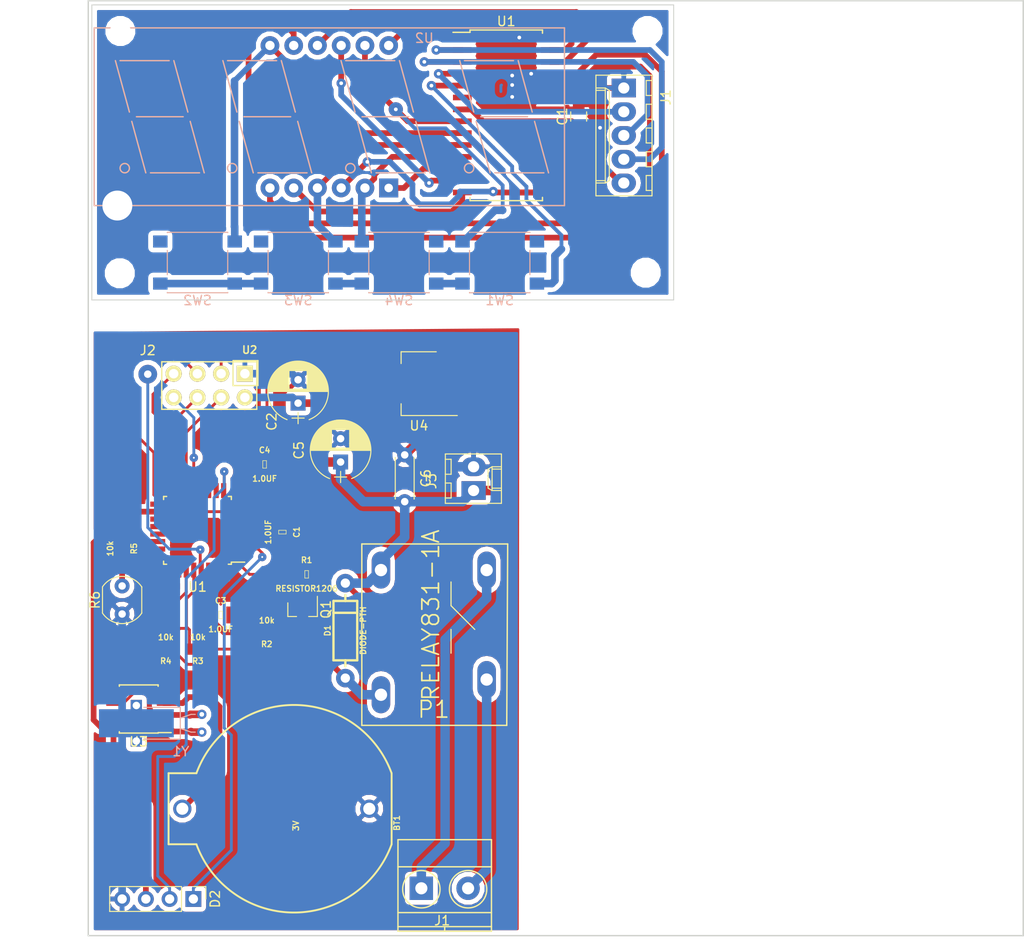
<source format=kicad_pcb>
(kicad_pcb (version 4) (host pcbnew 4.0.7-e2-6376~61~ubuntu18.04.1)
  (title_block (date "sam. 04 avril 2015"))
  (layers (0 F.Cu signal) (31 B.Cu signal) (34 B.Paste user) (35 F.Paste user) (36 B.SilkS user) (37 F.SilkS user) (38 B.Mask user) (39 F.Mask user) (44 Edge.Cuts user))
  (net 0 "")
  (net 1 "Net-(U1-Pad7)")
  (net 2 "Net-(U1-Pad8)")
  (net 3 "Net-(U1-Pad10)")
  (net 4 "Net-(U1-Pad11)")
  (net 5 "Net-(U1-Pad19)")
  (net 6 "Net-(U1-Pad20)")
  (net 7 "Net-(U1-Pad22)")
  (net 8 "Net-(U1-Pad24)")
  (net 9 "Net-(U1-Pad25)")
  (net 10 "Net-(U1-Pad26)")
  (net 11 "Net-(U1-Pad30)")
  (net 12 "Net-(U1-Pad31)")
  (net 13 "Net-(U1-Pad32)")
  (net 14 +5VD)
  (net 15 "Net-(D1-PadA)")
  (net 16 pd3)
  (net 17 PB0)
  (net 18 PB1)
  (net 19 PB2)
  (net 20 MOSI)
  (net 21 MISO)
  (net 22 SCK)
  (net 23 "Net-(J1-Pad1)")
  (net 24 "Net-(J1-Pad2)")
  (net 25 "Net-(BT1-Pad1)")
  (net 26 SDA)
  (net 27 SCL)
  (net 28 "Net-(U3-Pad1)")
  (net 29 "Net-(U3-Pad2)")
  (net 30 "Net-(U3-Pad7)")
  (net 31 RESET)
  (net 32 GND)
  (net 33 "Net-(C2-Pad1)")
  (net 34 pd4)
  (net 35 pd5)
  (net 36 "Net-(Q1-Pad1)")
  (net 37 ADC0)
  (net 38 "Net-(J1-Pad3)")
  (net 39 "Net-(J1-Pad4)")
  (net 40 VCC)
  (net 41 "Net-(U1-Pad6)")
  (net 42 seg_a)
  (net 43 seg_b)
  (net 44 seg_c)
  (net 45 seg_d)
  (net 46 seg_e)
  (net 47 seg_f)
  (net 48 seg_g)
  (net 49 seg_dp)
  (net 50 "Net-(U1-Pad16)")
  (net 51 "Net-(U1-Pad17)")
  (net 52 "Net-(U1-Pad18)")
  (net 53 dig_3)
  (net 54 dig_2)
  (net 55 dig_1)
  (net 56 dig_0)
  (net 57 K1)
  (module Housings_SOIC:SOIC-8_3.9x4.9mm_Pitch1.27mm (layer F.Cu) (at 30.48 100.838 180)
    (fp_text reference U3 (at 0 -3.5 180) (layer F.SilkS))
    (fp_text value DS1307Z)
    (pad 1 smd rect (at -2.7 -1.905 180) (size 1.55 0.6) (layers F.Cu F.Paste F.Mask) (net 28 "Net-(U3-Pad1)"))
    (pad 2 smd rect (at -2.7 -0.635 180) (size 1.55 0.6) (layers F.Cu F.Paste F.Mask) (net 29 "Net-(U3-Pad2)"))
    (pad 3 smd rect (at -2.7 0.635 180) (size 1.55 0.6) (layers F.Cu F.Paste F.Mask) (net 25 "Net-(BT1-Pad1)"))
    (pad 4 smd rect (at -2.7 1.905 180) (size 1.55 0.6) (layers F.Cu F.Paste F.Mask) (net 32 GND))
    (pad 5 smd rect (at 2.7 1.905 180) (size 1.55 0.6) (layers F.Cu F.Paste F.Mask) (net 26 SDA))
    (pad 6 smd rect (at 2.7 0.635 180) (size 1.55 0.6) (layers F.Cu F.Paste F.Mask) (net 27 SCL))
    (pad 7 smd rect (at 2.7 -0.635 180) (size 1.55 0.6) (layers F.Cu F.Paste F.Mask) (net 30 "Net-(U3-Pad7)"))
    (pad 8 smd rect (at 2.7 -1.905 180) (size 1.55 0.6) (layers F.Cu F.Paste F.Mask) (net 14 +5VD))
  )
  (module Batteries:BATTCOM_20MM_PTH (layer F.Cu) (at 46.99 111.506 180)
    (fp_text reference BT1 (at -11.0998 -1.524 270) (layer F.SilkS) (effects (font (size 0.6096 0.6096) (thickness 0.127))))
    (fp_text value 3V (at -0.3048 -1.8288 270) (layer F.SilkS) (effects (font (size 0.6096 0.6096) (thickness 0.127))))
    (pad 1 thru_hole circle (at 11.8491 0 180) (size 1.94818 1.94818) (drill 1.29794) (layers *.Cu *.Mask) (net 25 "Net-(BT1-Pad1)"))
    (pad 2 thru_hole circle (at -8.14832 0 180) (size 1.94818 1.94818) (drill 1.29794) (layers *.Cu *.Mask) (net 32 GND))
  )
  (module 1206 (layer F.Cu) (at 45.847 81.91754 270)
    (fp_text reference C1 (at 0 -1.524 270) (layer F.SilkS) (effects (font (size 0.6096 0.6096) (thickness 0.127))))
    (fp_text value 1.0UF (at 0 1.524 270) (layer F.SilkS) (effects (font (size 0.6096 0.6096) (thickness 0.127))))
    (pad 1 smd rect (at -1.39954 0 270) (size 1.59766 1.79832) (layers F.Cu F.Paste F.Mask) (net 14 +5VD))
    (pad 2 smd rect (at 1.39954 0 270) (size 1.59766 1.79832) (layers F.Cu F.Paste F.Mask) (net 32 GND))
  )
  (module Capacitors_ThroughHole:CP_Radial_D6.3mm_P2.50mm (layer F.Cu) (at 47.5234 68.1228 90)
    (fp_text reference C2 (at -1.9812 -2.8194 90) (layer F.SilkS))
    (fp_text value 22mF)
    (pad 1 thru_hole rect (at 0 0 90) (size 1.6 1.6) (drill 0.8) (layers *.Cu *.Mask) (net 33 "Net-(C2-Pad1)"))
    (pad 2 thru_hole circle (at 2.5 0 90) (size 1.6 1.6) (drill 0.8) (layers *.Cu *.Mask) (net 32 GND))
  )
  (module DIODE-1N4001 (layer F.Cu) (at 52.578 92.456 90)
    (fp_text reference D1 (at 0 -1.905 90) (layer F.SilkS) (effects (font (size 0.6096 0.6096) (thickness 0.127))))
    (fp_text value DIODE-PTH (at 0 1.905 90) (layer F.SilkS) (effects (font (size 0.6096 0.6096) (thickness 0.127))))
    (pad A thru_hole circle (at -5.08 0 90) (size 1.9812 1.9812) (drill 0.99822) (layers *.Cu *.Mask) (net 15 "Net-(D1-PadA)"))
    (pad C thru_hole circle (at 5.08 0 90) (size 1.9812 1.9812) (drill 0.99822) (layers *.Cu *.Mask) (net 14 +5VD))
  )
  (module Connectors_Terminal_Blocks:TerminalBlock_Pheonix_MKDS1.5-2pol (layer F.Cu) (at 60.706 120.015)
    (fp_text reference J1 (at 2.2314 3.4544) (layer F.SilkS))
    (fp_text value Screw_Terminal_01x02)
    (pad 1 thru_hole rect (at 0 0) (size 2.5 2.5) (drill 1.3) (layers *.Cu *.Mask) (net 23 "Net-(J1-Pad1)"))
    (pad 2 thru_hole circle (at 5 0) (size 2.5 2.5) (drill 1.3) (layers *.Cu *.Mask) (net 24 "Net-(J1-Pad2)"))
  )
  (module mih-library:Relay-841-1A (layer F.Cu) (at 61.341 89.789 270)
    (fp_text reference P1 (at 11.1 -0.6858 360) (layer F.SilkS) (effects (font (size 1.778 1.778) (thickness 0.1778))))
    (fp_text value RELAY831-1A (at 1.016 -0.381 450) (layer F.SilkS) (effects (font (size 1.778 1.778) (thickness 0.1778))))
    (pad 1 thru_hole oval (at -3.81 4.953) (size 1.9812 3.9624) (drill 1.3208) (layers *.Cu *.Paste *.Mask) (net 14 +5VD))
    (pad 2 thru_hole oval (at 9.525 4.953) (size 1.9812 3.9624) (drill 1.3208) (layers *.Cu *.Paste *.Mask) (net 15 "Net-(D1-PadA)"))
    (pad 3 thru_hole oval (at -3.81 -6.35 180) (size 1.9812 3.9624) (drill 1.3208) (layers *.Cu *.Paste *.Mask) (net 23 "Net-(J1-Pad1)"))
    (pad 4 thru_hole oval (at 7.9 -6.35) (size 1.9812 3.9624) (drill 1.3208) (layers *.Cu *.Paste *.Mask) (net 24 "Net-(J1-Pad2)"))
  )
  (module 1206 (layer F.Cu) (at 48.4378 86.4362)
    (fp_text reference R1 (at 0 -1.524) (layer F.SilkS) (effects (font (size 0.6096 0.6096) (thickness 0.127))))
    (fp_text value RESISTOR1206 (at 0 1.524) (layer F.SilkS) (effects (font (size 0.6096 0.6096) (thickness 0.127))))
    (pad 1 smd rect (at -1.39954 0) (size 1.59766 1.79832) (layers F.Cu F.Paste F.Mask) (net 16 pd3))
    (pad 2 smd rect (at 1.39954 0) (size 1.59766 1.79832) (layers F.Cu F.Paste F.Mask) (net 36 "Net-(Q1-Pad1)"))
  )
  (module Housings_QFP:TQFP-32_7x7mm_Pitch0.8mm (layer F.Cu) (at 36.762 81.7308 180)
    (fp_text reference U1 (at 0 -6.05 180) (layer F.SilkS))
    (fp_text value ATMEGA8-16AU)
    (pad 1 smd rect (at -4.25 -2.8 180) (size 1.6 0.55) (layers F.Cu F.Paste F.Mask) (net 16 pd3))
    (pad 2 smd rect (at -4.25 -2 180) (size 1.6 0.55) (layers F.Cu F.Paste F.Mask) (net 34 pd4))
    (pad 3 smd rect (at -4.25 -1.2 180) (size 1.6 0.55) (layers F.Cu F.Paste F.Mask) (net 32 GND))
    (pad 4 smd rect (at -4.25 -0.4 180) (size 1.6 0.55) (layers F.Cu F.Paste F.Mask) (net 14 +5VD))
    (pad 5 smd rect (at -4.25 0.4 180) (size 1.6 0.55) (layers F.Cu F.Paste F.Mask) (net 32 GND))
    (pad 6 smd rect (at -4.25 1.2 180) (size 1.6 0.55) (layers F.Cu F.Paste F.Mask) (net 14 +5VD))
    (pad 7 smd rect (at -4.25 2 180) (size 1.6 0.55) (layers F.Cu F.Paste F.Mask) (net 1 "Net-(U1-Pad7)"))
    (pad 8 smd rect (at -4.25 2.8 180) (size 1.6 0.55) (layers F.Cu F.Paste F.Mask) (net 2 "Net-(U1-Pad8)"))
    (pad 9 smd rect (at -2.8 4.25 270) (size 1.6 0.55) (layers F.Cu F.Paste F.Mask) (net 35 pd5))
    (pad 10 smd rect (at -2 4.25 270) (size 1.6 0.55) (layers F.Cu F.Paste F.Mask) (net 3 "Net-(U1-Pad10)"))
    (pad 11 smd rect (at -1.2 4.25 270) (size 1.6 0.55) (layers F.Cu F.Paste F.Mask) (net 4 "Net-(U1-Pad11)"))
    (pad 12 smd rect (at -0.4 4.25 270) (size 1.6 0.55) (layers F.Cu F.Paste F.Mask) (net 17 PB0))
    (pad 13 smd rect (at 0.4 4.25 270) (size 1.6 0.55) (layers F.Cu F.Paste F.Mask) (net 18 PB1))
    (pad 14 smd rect (at 1.2 4.25 270) (size 1.6 0.55) (layers F.Cu F.Paste F.Mask) (net 19 PB2))
    (pad 15 smd rect (at 2 4.25 270) (size 1.6 0.55) (layers F.Cu F.Paste F.Mask) (net 20 MOSI))
    (pad 16 smd rect (at 2.8 4.25 270) (size 1.6 0.55) (layers F.Cu F.Paste F.Mask) (net 21 MISO))
    (pad 17 smd rect (at 4.25 2.8 180) (size 1.6 0.55) (layers F.Cu F.Paste F.Mask) (net 22 SCK))
    (pad 18 smd rect (at 4.25 2 180) (size 1.6 0.55) (layers F.Cu F.Paste F.Mask) (net 14 +5VD))
    (pad 19 smd rect (at 4.25 1.2 180) (size 1.6 0.55) (layers F.Cu F.Paste F.Mask) (net 5 "Net-(U1-Pad19)"))
    (pad 20 smd rect (at 4.25 0.4 180) (size 1.6 0.55) (layers F.Cu F.Paste F.Mask) (net 6 "Net-(U1-Pad20)"))
    (pad 21 smd rect (at 4.25 -0.4 180) (size 1.6 0.55) (layers F.Cu F.Paste F.Mask) (net 32 GND))
    (pad 22 smd rect (at 4.25 -1.2 180) (size 1.6 0.55) (layers F.Cu F.Paste F.Mask) (net 7 "Net-(U1-Pad22)"))
    (pad 23 smd rect (at 4.25 -2 180) (size 1.6 0.55) (layers F.Cu F.Paste F.Mask) (net 37 ADC0))
    (pad 24 smd rect (at 4.25 -2.8 180) (size 1.6 0.55) (layers F.Cu F.Paste F.Mask) (net 8 "Net-(U1-Pad24)"))
    (pad 25 smd rect (at 2.8 -4.25 270) (size 1.6 0.55) (layers F.Cu F.Paste F.Mask) (net 9 "Net-(U1-Pad25)"))
    (pad 26 smd rect (at 2 -4.25 270) (size 1.6 0.55) (layers F.Cu F.Paste F.Mask) (net 10 "Net-(U1-Pad26)"))
    (pad 27 smd rect (at 1.2 -4.25 270) (size 1.6 0.55) (layers F.Cu F.Paste F.Mask) (net 26 SDA))
    (pad 28 smd rect (at 0.4 -4.25 270) (size 1.6 0.55) (layers F.Cu F.Paste F.Mask) (net 27 SCL))
    (pad 29 smd rect (at -0.4 -4.25 270) (size 1.6 0.55) (layers F.Cu F.Paste F.Mask) (net 31 RESET))
    (pad 30 smd rect (at -1.2 -4.25 270) (size 1.6 0.55) (layers F.Cu F.Paste F.Mask) (net 11 "Net-(U1-Pad30)"))
    (pad 31 smd rect (at -2 -4.25 270) (size 1.6 0.55) (layers F.Cu F.Paste F.Mask) (net 12 "Net-(U1-Pad31)"))
    (pad 32 smd rect (at -2.8 -4.25 270) (size 1.6 0.55) (layers F.Cu F.Paste F.Mask) (net 13 "Net-(U1-Pad32)"))
  )
  (module NRF24L01 (layer F.Cu) (at 43.3578 63.4492)
    (fp_text reference U2 (at -1.016 -1.016) (layer F.SilkS) (effects (font (size 0.8 0.8) (thickness 0.16))))
    (fp_text value NRF24L01 hide)
    (pad 7 thru_hole oval (at -9.144 1.524) (size 1.7272 1.7272) (drill 1.016) (layers *.Cu *.Mask F.SilkS) (net 21 MISO))
    (pad 8 thru_hole oval (at -9.144 4.064) (size 1.7272 1.7272) (drill 1.016) (layers *.Cu *.Mask F.SilkS) (net 18 PB1))
    (pad 5 thru_hole oval (at -6.604 1.524) (size 1.7272 1.7272) (drill 1.016) (layers *.Cu *.Mask F.SilkS) (net 22 SCK))
    (pad 6 thru_hole oval (at -6.604 4.064) (size 1.7272 1.7272) (drill 1.016) (layers *.Cu *.Mask F.SilkS) (net 20 MOSI))
    (pad 3 thru_hole oval (at -4.064 1.524) (size 1.7272 1.7272) (drill 1.016) (layers *.Cu *.Mask F.SilkS) (net 17 PB0))
    (pad 4 thru_hole oval (at -4.064 4.064) (size 1.7272 1.7272) (drill 1.016) (layers *.Cu *.Mask F.SilkS) (net 19 PB2))
    (pad 1 thru_hole rect (at -1.524 1.524) (size 1.7272 1.7272) (drill 1.016) (layers *.Cu *.Mask F.SilkS) (net 32 GND))
    (pad 2 thru_hole oval (at -1.524 4.064) (size 1.7272 1.7272) (drill 1.016) (layers *.Cu *.Mask F.SilkS) (net 33 "Net-(C2-Pad1)"))
  )
  (module Crystals:Crystal_C38-LF_d3.0mm_l8.0mm_Horizontal_1EP_style2 (layer B.Cu) (at 37.226 103.312 90)
    (fp_text reference Y1 (at -2.07 -2.25 360) (layer B.SilkS) (effects (justify mirror)))
    (fp_text value 32768)
    (pad 1 thru_hole circle (at 0 0 90) (size 1 1) (drill 0.5) (layers *.Cu *.Mask) (net 28 "Net-(U3-Pad1)"))
    (pad 2 thru_hole circle (at 1.9 0 90) (size 1 1) (drill 0.5) (layers *.Cu *.Mask) (net 29 "Net-(U3-Pad2)"))
    (pad 3 smd rect (at 0.95 -7 90) (size 3 8) (layers B.Cu B.Paste B.Mask))
    (pad 3 thru_hole rect (at -0.95 -7 90) (size 1.2 1.2) (drill 0.8) (layers *.Cu *.Mask))
    (pad 3 thru_hole rect (at 2.85 -7 90) (size 1.2 1.2) (drill 0.8) (layers *.Cu *.Mask))
  )
  (module 1206 (layer F.Cu) (at 39.243 90.7796)
    (fp_text reference C3 (at 0 -1.524) (layer F.SilkS) (effects (font (size 0.6096 0.6096) (thickness 0.127))))
    (fp_text value 1.0UF (at 0 1.524) (layer F.SilkS) (effects (font (size 0.6096 0.6096) (thickness 0.127))))
    (pad 1 smd rect (at -1.39954 0) (size 1.59766 1.79832) (layers F.Cu F.Paste F.Mask) (net 31 RESET))
    (pad 2 smd rect (at 1.39954 0) (size 1.59766 1.79832) (layers F.Cu F.Paste F.Mask) (net 32 GND))
  )
  (module 1206 (layer F.Cu) (at 43.942 74.676)
    (fp_text reference C4 (at 0 -1.524) (layer F.SilkS) (effects (font (size 0.6096 0.6096) (thickness 0.127))))
    (fp_text value 1.0UF (at 0 1.524) (layer F.SilkS) (effects (font (size 0.6096 0.6096) (thickness 0.127))))
    (pad 1 smd rect (at -1.39954 0) (size 1.59766 1.79832) (layers F.Cu F.Paste F.Mask) (net 32 GND))
    (pad 2 smd rect (at 1.39954 0) (size 1.59766 1.79832) (layers F.Cu F.Paste F.Mask) (net 14 +5VD))
  )
  (module 0805 (layer F.Cu) (at 44.1706 92.6338 180)
    (fp_text reference R2 (at 0 -1.27 180) (layer F.SilkS) (effects (font (size 0.6096 0.6096) (thickness 0.127))))
    (fp_text value 10k (at 0 1.27 180) (layer F.SilkS) (effects (font (size 0.6096 0.6096) (thickness 0.127))))
    (pad 1 smd rect (at -0.89916 0 180) (size 0.79756 1.19888) (layers F.Cu F.Paste F.Mask) (net 14 +5VD))
    (pad 2 smd rect (at 0.89916 0 180) (size 0.79756 1.19888) (layers F.Cu F.Paste F.Mask) (net 31 RESET))
  )
  (module 0805 (layer F.Cu) (at 36.8046 94.4372 180)
    (fp_text reference R3 (at 0 -1.27 180) (layer F.SilkS) (effects (font (size 0.6096 0.6096) (thickness 0.127))))
    (fp_text value 10k (at 0 1.27 180) (layer F.SilkS) (effects (font (size 0.6096 0.6096) (thickness 0.127))))
    (pad 1 smd rect (at -0.89916 0 180) (size 0.79756 1.19888) (layers F.Cu F.Paste F.Mask) (net 14 +5VD))
    (pad 2 smd rect (at 0.89916 0 180) (size 0.79756 1.19888) (layers F.Cu F.Paste F.Mask) (net 27 SCL))
  )
  (module 0805 (layer F.Cu) (at 33.3756 94.4372 180)
    (fp_text reference R4 (at 0 -1.27 180) (layer F.SilkS) (effects (font (size 0.6096 0.6096) (thickness 0.127))))
    (fp_text value 10k (at 0 1.27 180) (layer F.SilkS) (effects (font (size 0.6096 0.6096) (thickness 0.127))))
    (pad 1 smd rect (at -0.89916 0 180) (size 0.79756 1.19888) (layers F.Cu F.Paste F.Mask) (net 14 +5VD))
    (pad 2 smd rect (at 0.89916 0 180) (size 0.79756 1.19888) (layers F.Cu F.Paste F.Mask) (net 26 SDA))
  )
  (module Wire_Pads:SolderWirePad_single_0-8mmDrill (layer F.Cu) (at 31.4452 65.024)
    (fp_text reference J2 (at 0 -2.54) (layer F.SilkS))
    (fp_text value CONN_01POGOPIN_HOLE_0.58)
    (pad 1 thru_hole circle (at 0 0) (size 1.99898 1.99898) (drill 0.8001) (layers *.Cu *.Mask) (net 31 RESET))
  )
  (module Connectors_Molex:Molex_KK-6410-02_02x2.54mm_Straight (layer F.Cu) (at 66.294 77.47 90)
    (fp_text reference J3 (at 1 -4.5 90) (layer F.SilkS))
    (fp_text value +5DC)
    (pad 1 thru_hole rect (at 0 0 90) (size 2 2.6) (drill 1.2) (layers *.Cu *.Mask) (net 14 +5VD))
    (pad 2 thru_hole oval (at 2.54 0 90) (size 2 2.6) (drill 1.2) (layers *.Cu *.Mask) (net 32 GND))
  )
  (module Capacitors_ThroughHole:C_Disc_D4.3mm_W1.9mm_P5.00mm (layer F.Cu) (at 58.928 73.66 270)
    (fp_text reference C6 (at 2.5 -2.26 270) (layer F.SilkS))
    (fp_text value 1.0UF)
    (pad 1 thru_hole circle (at 0 0 270) (size 1.6 1.6) (drill 0.8) (layers *.Cu *.Mask) (net 32 GND))
    (pad 2 thru_hole circle (at 5 0 270) (size 1.6 1.6) (drill 0.8) (layers *.Cu *.Mask) (net 14 +5VD))
  )
  (module Pin_Headers:Pin_Header_Straight_1x04_Pitch2.54mm (layer F.Cu) (at 36.322 121.158 270)
    (fp_text reference D2 (at 0 -2.33 270) (layer F.SilkS))
    (fp_text value TM1637Module)
    (pad 1 thru_hole rect (at 0 0 270) (size 1.7 1.7) (drill 1) (layers *.Cu *.Mask) (net 34 pd4))
    (pad 2 thru_hole oval (at 0 2.54 270) (size 1.7 1.7) (drill 1) (layers *.Cu *.Mask) (net 35 pd5))
    (pad 3 thru_hole oval (at 0 5.08 270) (size 1.7 1.7) (drill 1) (layers *.Cu *.Mask) (net 14 +5VD))
    (pad 4 thru_hole oval (at 0 7.62 270) (size 1.7 1.7) (drill 1) (layers *.Cu *.Mask) (net 32 GND))
  )
  (module TO_SOT_Packages_SMD:SOT-23 (layer F.Cu) (at 48.006 90.186 270)
    (fp_text reference Q1 (at 0 -2.5 270) (layer F.SilkS))
    (fp_text value BC847)
    (pad 1 smd rect (at -1 -0.95 270) (size 0.9 0.8) (layers F.Cu F.Paste F.Mask) (net 36 "Net-(Q1-Pad1)"))
    (pad 2 smd rect (at -1 0.95 270) (size 0.9 0.8) (layers F.Cu F.Paste F.Mask) (net 32 GND))
    (pad 3 smd rect (at 1 0 270) (size 0.9 0.8) (layers F.Cu F.Paste F.Mask) (net 15 "Net-(D1-PadA)"))
  )
  (module Mounting_Holes:MountingHole_3.2mm_M3_DIN965 (layer F.Cu) (at 28.194 46.99)
    (fp_text reference "" (at -0.254 -2.286) (layer F.SilkS))
    (fp_text value MountingHole_3.2mm_M3_DIN965)
    (pad 1 np_thru_hole circle (at 0 0) (size 3.2 3.2) (drill 3.2) (layers *.Cu *.Mask))
  )
  (module TO_SOT_Packages_SMD:SOT-223 (layer F.Cu) (at 60.452 66.04 180)
    (fp_text reference U4 (at 0 -4.5 180) (layer F.SilkS))
    (fp_text value "LM1117 3v3")
    (pad 4 smd rect (at 3.15 0 180) (size 2 3.8) (layers F.Cu F.Paste F.Mask) (net 33 "Net-(C2-Pad1)"))
    (pad 2 smd rect (at -3.15 0 180) (size 2 1.5) (layers F.Cu F.Paste F.Mask) (net 33 "Net-(C2-Pad1)"))
    (pad 3 smd rect (at -3.15 2.3 180) (size 2 1.5) (layers F.Cu F.Paste F.Mask) (net 14 +5VD))
    (pad 1 smd rect (at -3.15 -2.3 180) (size 2 1.5) (layers F.Cu F.Paste F.Mask) (net 32 GND))
  )
  (module 0805 (layer F.Cu) (at 28.702 83.68284 270)
    (fp_text reference R5 (at 0 -1.27 270) (layer F.SilkS) (effects (font (size 0.6096 0.6096) (thickness 0.127))))
    (fp_text value 10k (at 0 1.27 270) (layer F.SilkS) (effects (font (size 0.6096 0.6096) (thickness 0.127))))
    (pad 1 smd rect (at -0.89916 0 270) (size 0.79756 1.19888) (layers F.Cu F.Paste F.Mask) (net 14 +5VD))
    (pad 2 smd rect (at 0.89916 0 270) (size 0.79756 1.19888) (layers F.Cu F.Paste F.Mask) (net 37 ADC0))
  )
  (module Opto-Devices:Resistor_LDR_5x4.1_RM3 (layer F.Cu) (at 28.702 90.678 90)
    (fp_text reference R6 (at 1.5 -2.9 90) (layer F.SilkS))
    (fp_text value A9013)
    (pad 1 thru_hole circle (at 0 0 90) (size 1.6 1.6) (drill 0.8) (layers *.Cu *.Mask) (net 32 GND))
    (pad 2 thru_hole circle (at 3 0 90) (size 1.6 1.6) (drill 0.8) (layers *.Cu *.Mask) (net 37 ADC0))
  )
  (module Capacitors_ThroughHole:CP_Radial_D6.3mm_P2.50mm (layer F.Cu) (at 52.07 74.422 90)
    (fp_text reference C5 (at 1.25 -4.46 90) (layer F.SilkS))
    (fp_text value 470mF)
    (pad 1 thru_hole rect (at 0 0 90) (size 1.6 1.6) (drill 0.8) (layers *.Cu *.Mask) (net 14 +5VD))
    (pad 2 thru_hole circle (at 2.5 0 90) (size 1.6 1.6) (drill 0.8) (layers *.Cu *.Mask) (net 32 GND))
  )
  (module Mounting_Holes:MountingHole_2.2mm_M2_DIN965 (layer F.Cu) (at 28.5115 28.321 180)
    (fp_text reference "" (at 0 -2.9 180) (layer F.SilkS))
    (fp_text value "")
    (pad 1 np_thru_hole circle (at 0 0 180) (size 2.2 2.2) (drill 2.2) (layers *.Cu *.Mask))
  )
  (module Mounting_Holes:MountingHole_2.2mm_M2_DIN965 (layer F.Cu) (at 28.448 54.229 180)
    (fp_text reference "" (at 0 -2.9 180) (layer F.SilkS))
    (fp_text value "")
    (pad 1 np_thru_hole circle (at 0 0 180) (size 2.2 2.2) (drill 2.2) (layers *.Cu *.Mask))
  )
  (module Mounting_Holes:MountingHole_2.2mm_M2_DIN965 (layer F.Cu) (at 84.8995 28.321 180)
    (fp_text reference "" (at 0 -2.9 180) (layer F.SilkS))
    (fp_text value "")
    (pad 1 np_thru_hole circle (at 0 0 180) (size 2.2 2.2) (drill 2.2) (layers *.Cu *.Mask))
  )
  (module Connectors_Molex:Molex_KK-6410-05_05x2.54mm_Straight (layer F.Cu) (at 82.3595 34.417 270)
    (fp_text reference J1 (at 1 -4.5 270) (layer F.SilkS))
    (fp_text value Conn_01x05)
    (pad 1 thru_hole rect (at 0 0 270) (size 2 2.6) (drill 1.2) (layers *.Cu *.Mask) (net 32 GND))
    (pad 2 thru_hole oval (at 2.54 0 270) (size 2 2.6) (drill 1.2) (layers *.Cu *.Mask) (net 24 "Net-(J1-Pad2)"))
    (pad 3 thru_hole oval (at 5.08 0 270) (size 2 2.6) (drill 1.2) (layers *.Cu *.Mask) (net 38 "Net-(J1-Pad3)"))
    (pad 4 thru_hole oval (at 7.62 0 270) (size 2 2.6) (drill 1.2) (layers *.Cu *.Mask) (net 39 "Net-(J1-Pad4)"))
    (pad 5 thru_hole oval (at 10.16 0 270) (size 2 2.6) (drill 1.2) (layers *.Cu *.Mask) (net 40 VCC))
  )
  (module Housings_SOIC:SOIC-28W_7.5x17.9mm_Pitch1.27mm (layer F.Cu) (at 69.7875 37.338)
    (fp_text reference U1 (at 0 -10.05) (layer F.SilkS))
    (fp_text value TM1628)
    (pad 1 smd rect (at -4.7 -8.255) (size 2 0.6) (layers F.Cu F.Paste F.Mask))
    (pad 2 smd rect (at -4.7 -6.985) (size 2 0.6) (layers F.Cu F.Paste F.Mask) (net 39 "Net-(J1-Pad4)"))
    (pad 3 smd rect (at -4.7 -5.715) (size 2 0.6) (layers F.Cu F.Paste F.Mask) (net 38 "Net-(J1-Pad3)"))
    (pad 4 smd rect (at -4.7 -4.445) (size 2 0.6) (layers F.Cu F.Paste F.Mask) (net 24 "Net-(J1-Pad2)"))
    (pad 5 smd rect (at -4.7 -3.175) (size 2 0.6) (layers F.Cu F.Paste F.Mask) (net 57 K1))
    (pad 6 smd rect (at -4.7 -1.905) (size 2 0.6) (layers F.Cu F.Paste F.Mask) (net 41 "Net-(U1-Pad6)"))
    (pad 7 smd rect (at -4.7 -0.635) (size 2 0.6) (layers F.Cu F.Paste F.Mask) (net 40 VCC))
    (pad 8 smd rect (at -4.7 0.635) (size 2 0.6) (layers F.Cu F.Paste F.Mask) (net 42 seg_a))
    (pad 9 smd rect (at -4.7 1.905) (size 2 0.6) (layers F.Cu F.Paste F.Mask) (net 43 seg_b))
    (pad 10 smd rect (at -4.7 3.175) (size 2 0.6) (layers F.Cu F.Paste F.Mask) (net 44 seg_c))
    (pad 11 smd rect (at -4.7 4.445) (size 2 0.6) (layers F.Cu F.Paste F.Mask) (net 45 seg_d))
    (pad 12 smd rect (at -4.7 5.715) (size 2 0.6) (layers F.Cu F.Paste F.Mask) (net 46 seg_e))
    (pad 13 smd rect (at -4.7 6.985) (size 2 0.6) (layers F.Cu F.Paste F.Mask) (net 47 seg_f))
    (pad 14 smd rect (at -4.7 8.255) (size 2 0.6) (layers F.Cu F.Paste F.Mask) (net 48 seg_g))
    (pad 15 smd rect (at 4.7 8.255) (size 2 0.6) (layers F.Cu F.Paste F.Mask) (net 49 seg_dp))
    (pad 16 smd rect (at 4.7 6.985) (size 2 0.6) (layers F.Cu F.Paste F.Mask) (net 50 "Net-(U1-Pad16)"))
    (pad 17 smd rect (at 4.7 5.715) (size 2 0.6) (layers F.Cu F.Paste F.Mask) (net 51 "Net-(U1-Pad17)"))
    (pad 18 smd rect (at 4.7 4.445) (size 2 0.6) (layers F.Cu F.Paste F.Mask) (net 52 "Net-(U1-Pad18)"))
    (pad 19 smd rect (at 4.7 3.175) (size 2 0.6) (layers F.Cu F.Paste F.Mask) (net 5 "Net-(U1-Pad19)"))
    (pad 20 smd rect (at 4.7 1.905) (size 2 0.6) (layers F.Cu F.Paste F.Mask) (net 6 "Net-(U1-Pad20)"))
    (pad 21 smd rect (at 4.7 0.635) (size 2 0.6) (layers F.Cu F.Paste F.Mask) (net 40 VCC))
    (pad 22 smd rect (at 4.7 -0.635) (size 2 0.6) (layers F.Cu F.Paste F.Mask) (net 32 GND))
    (pad 23 smd rect (at 4.7 -1.905) (size 2 0.6) (layers F.Cu F.Paste F.Mask) (net 53 dig_3))
    (pad 24 smd rect (at 4.7 -3.175) (size 2 0.6) (layers F.Cu F.Paste F.Mask) (net 54 dig_2))
    (pad 25 smd rect (at 4.7 -4.445) (size 2 0.6) (layers F.Cu F.Paste F.Mask) (net 32 GND))
    (pad 26 smd rect (at 4.7 -5.715) (size 2 0.6) (layers F.Cu F.Paste F.Mask) (net 55 dig_1))
    (pad 27 smd rect (at 4.7 -6.985) (size 2 0.6) (layers F.Cu F.Paste F.Mask) (net 56 dig_0))
    (pad 28 smd rect (at 4.7 -8.255) (size 2 0.6) (layers F.Cu F.Paste F.Mask) (net 32 GND))
  )
  (module Displays_7-Segment:Cx56-12 (layer B.Cu) (at 57.2135 45.1104 180)
    (fp_text reference U2 (at -3.81 16.0274 180) (layer B.SilkS) (effects (justify mirror)))
    (fp_text value CA56-12EWA)
    (pad 1 thru_hole rect (at 0 0 180) (size 2.032 2.032) (drill 0.9144) (layers *.Cu *.Mask) (net 46 seg_e))
    (pad 2 thru_hole circle (at 2.54 0 180) (size 2 2) (drill 1) (layers *.Cu *.Mask) (net 45 seg_d))
    (pad 3 thru_hole circle (at 5.08 0 180) (size 2 2) (drill 1) (layers *.Cu *.Mask) (net 49 seg_dp))
    (pad 4 thru_hole circle (at 7.62 0 180) (size 2 2) (drill 1) (layers *.Cu *.Mask) (net 44 seg_c))
    (pad 5 thru_hole circle (at 10.16 0 180) (size 2 2) (drill 1) (layers *.Cu *.Mask) (net 48 seg_g))
    (pad 6 thru_hole circle (at 12.7 0 180) (size 2 2) (drill 1) (layers *.Cu *.Mask) (net 53 dig_3))
    (pad 9 thru_hole circle (at 7.62 15.24 180) (size 2 2) (drill 1) (layers *.Cu *.Mask) (net 55 dig_1))
    (pad 8 thru_hole circle (at 10.16 15.24 180) (size 2 2) (drill 1) (layers *.Cu *.Mask) (net 54 dig_2))
    (pad 12 thru_hole circle (at 0 15.24 180) (size 2 2) (drill 1) (layers *.Cu *.Mask) (net 56 dig_0))
    (pad 11 thru_hole circle (at 2.54 15.24 180) (size 2 2) (drill 1) (layers *.Cu *.Mask) (net 42 seg_a))
    (pad 7 thru_hole circle (at 12.7 15.24 180) (size 2 2) (drill 1) (layers *.Cu *.Mask) (net 43 seg_b))
    (pad 10 thru_hole circle (at 5.08 15.24 180) (size 2 2) (drill 1) (layers *.Cu *.Mask) (net 47 seg_f))
  )
  (module Capacitors_SMD:C_0805_HandSoldering (layer F.Cu) (at 77.5335 37.465 90)
    (fp_text reference C1 (at 0 -1.75 90) (layer F.SilkS))
    (fp_text value 0.1)
    (pad 1 smd rect (at -1.25 0 90) (size 1.5 1.25) (layers F.Cu F.Paste F.Mask) (net 40 VCC))
    (pad 2 smd rect (at 1.25 0 90) (size 1.5 1.25) (layers F.Cu F.Paste F.Mask) (net 32 GND))
  )
  (module Mounting_Holes:MountingHole_2.2mm_M2_DIN965 (layer F.Cu) (at 84.709 54.1655 180)
    (fp_text reference "" (at 0 -2.9 180) (layer F.SilkS))
    (fp_text value "")
    (pad 1 np_thru_hole circle (at 0 0 180) (size 2.2 2.2) (drill 2.2) (layers *.Cu *.Mask))
  )
  (module Buttons_Switches_SMD:SW_SPST_PTS645 (layer B.Cu) (at 69.088 53.086)
    (fp_text reference SW1 (at 0 4.05) (layer B.SilkS) (effects (justify mirror)))
    (fp_text value SW_Push)
    (pad 2 smd rect (at -3.98 -2.25) (size 1.55 1.3) (layers B.Cu B.Paste B.Mask) (net 42 seg_a))
    (pad 1 smd rect (at -3.98 2.25) (size 1.55 1.3) (layers B.Cu B.Paste B.Mask) (net 57 K1))
    (pad 1 smd rect (at 3.98 2.25) (size 1.55 1.3) (layers B.Cu B.Paste B.Mask) (net 57 K1))
    (pad 2 smd rect (at 3.98 -2.25) (size 1.55 1.3) (layers B.Cu B.Paste B.Mask) (net 42 seg_a))
  )
  (module Buttons_Switches_SMD:SW_SPST_PTS645 (layer B.Cu) (at 36.766501 53.086)
    (fp_text reference SW2 (at 0 4.05) (layer B.SilkS) (effects (justify mirror)))
    (fp_text value SW_Push)
    (pad 2 smd rect (at -3.98 -2.25) (size 1.55 1.3) (layers B.Cu B.Paste B.Mask) (net 43 seg_b))
    (pad 1 smd rect (at -3.98 2.25) (size 1.55 1.3) (layers B.Cu B.Paste B.Mask) (net 57 K1))
    (pad 1 smd rect (at 3.98 2.25) (size 1.55 1.3) (layers B.Cu B.Paste B.Mask) (net 57 K1))
    (pad 2 smd rect (at 3.98 -2.25) (size 1.55 1.3) (layers B.Cu B.Paste B.Mask) (net 43 seg_b))
  )
  (module Buttons_Switches_SMD:SW_SPST_PTS645 (layer B.Cu) (at 47.540334 53.086)
    (fp_text reference SW3 (at 0 4.05) (layer B.SilkS) (effects (justify mirror)))
    (fp_text value SW_Push)
    (pad 2 smd rect (at -3.98 -2.25) (size 1.55 1.3) (layers B.Cu B.Paste B.Mask) (net 44 seg_c))
    (pad 1 smd rect (at -3.98 2.25) (size 1.55 1.3) (layers B.Cu B.Paste B.Mask) (net 57 K1))
    (pad 1 smd rect (at 3.98 2.25) (size 1.55 1.3) (layers B.Cu B.Paste B.Mask) (net 57 K1))
    (pad 2 smd rect (at 3.98 -2.25) (size 1.55 1.3) (layers B.Cu B.Paste B.Mask) (net 44 seg_c))
  )
  (module Buttons_Switches_SMD:SW_SPST_PTS645 (layer B.Cu) (at 58.314167 53.086)
    (fp_text reference SW4 (at 0 4.05) (layer B.SilkS) (effects (justify mirror)))
    (fp_text value SW_Push)
    (pad 2 smd rect (at -3.98 -2.25) (size 1.55 1.3) (layers B.Cu B.Paste B.Mask) (net 45 seg_d))
    (pad 1 smd rect (at -3.98 2.25) (size 1.55 1.3) (layers B.Cu B.Paste B.Mask) (net 57 K1))
    (pad 1 smd rect (at 3.98 2.25) (size 1.55 1.3) (layers B.Cu B.Paste B.Mask) (net 57 K1))
    (pad 2 smd rect (at 3.98 -2.25) (size 1.55 1.3) (layers B.Cu B.Paste B.Mask) (net 45 seg_d))
  )
  (gr_line (start 25.08 125.08) (end 25.08 25.08) (layer Edge.Cuts) (width 0.15))
  (gr_line (start 125.08 125.08) (end 25.08 125.08) (layer Edge.Cuts) (width 0.15))
  (gr_line (start 125.08 25.08) (end 125.08 125.08) (layer Edge.Cuts) (width 0.15))
  (gr_line (start 25.08 25.08) (end 125.08 25.08) (layer Edge.Cuts) (width 0.15))
  (gr_line (start 87.6935 25.527) (end 87.6935 57.0865) (layer Edge.Cuts) (width 0.1))
  (gr_line (start 25.4635 25.527) (end 87.6935 25.527) (layer Edge.Cuts) (width 0.1))
  (gr_line (start 25.4635 57.0865) (end 25.4635 25.527) (layer Edge.Cuts) (width 0.1))
  (gr_line (start 87.6935 57.0865) (end 25.4635 57.0865) (layer Edge.Cuts) (width 0.1))
  (segment (start 60.198 103.886) (end 60.198 94.996) (width 0.6096) (layer F.Cu) (net 14))
  (segment (start 60.198 94.996) (end 52.578 87.376) (width 0.6096) (layer F.Cu) (net 14))
  (segment (start 54.864 103.886) (end 60.198 103.886) (width 0.6096) (layer F.Cu) (net 14))
  (segment (start 49.022 98.044) (end 54.864 103.886) (width 0.6096) (layer F.Cu) (net 14))
  (segment (start 49.022 95.57766) (end 49.022 98.044) (width 0.6096) (layer F.Cu) (net 14))
  (segment (start 45.06976 92.6338) (end 46.07814 92.6338) (width 0.6096) (layer F.Cu) (net 14))
  (segment (start 46.07814 92.6338) (end 49.022 95.57766) (width 0.6096) (layer F.Cu) (net 14))
  (segment (start 37.70376 94.4372) (end 44.67352 94.4372) (width 0.3048) (layer F.Cu) (net 14))
  (segment (start 44.67352 94.4372) (end 45.06976 94.04096) (width 0.3048) (layer F.Cu) (net 14))
  (segment (start 63.602 63.74) (end 65.618 63.74) (width 1.016) (layer F.Cu) (net 14))
  (segment (start 65.618 63.74) (end 69.596 67.718) (width 1.016) (layer F.Cu) (net 14))
  (segment (start 68.834 77.47) (end 66.294 77.47) (width 1.016) (layer F.Cu) (net 14))
  (segment (start 69.596 67.718) (end 69.596 76.708) (width 1.016) (layer F.Cu) (net 14))
  (segment (start 69.596 76.708) (end 68.834 77.47) (width 1.016) (layer F.Cu) (net 14))
  (segment (start 48.514 77.27823) (end 48.514 76.162) (width 1.016) (layer F.Cu) (net 14))
  (segment (start 48.514 76.162) (end 50.254 74.422) (width 1.016) (layer F.Cu) (net 14))
  (segment (start 50.254 74.422) (end 52.07 74.422) (width 1.016) (layer F.Cu) (net 14))
  (segment (start 48.514 77.27823) (end 47.47514 77.27823) (width 0.8128) (layer F.Cu) (net 14))
  (segment (start 45.34154 74.676) (end 47.15637 74.676) (width 1.016) (layer F.Cu) (net 14))
  (segment (start 47.15637 74.676) (end 48.514 76.03363) (width 1.016) (layer F.Cu) (net 14))
  (segment (start 48.514 76.03363) (end 48.514 77.27823) (width 1.016) (layer F.Cu) (net 14))
  (segment (start 52.07 74.422) (end 52.07 76.238) (width 1.016) (layer B.Cu) (net 14))
  (segment (start 52.07 76.238) (end 54.492 78.66) (width 1.016) (layer B.Cu) (net 14))
  (segment (start 54.492 78.66) (end 58.928 78.66) (width 1.016) (layer B.Cu) (net 14))
  (segment (start 58.928 78.66) (end 65.104 78.66) (width 1.016) (layer B.Cu) (net 14))
  (segment (start 65.104 78.66) (end 66.294 77.47) (width 1.016) (layer B.Cu) (net 14))
  (segment (start 58.928 82.4484) (end 58.928 78.66) (width 1.016) (layer B.Cu) (net 14))
  (segment (start 56.388 85.979) (end 56.388 84.9884) (width 1.016) (layer B.Cu) (net 14))
  (segment (start 56.388 84.9884) (end 58.928 82.4484) (width 1.016) (layer B.Cu) (net 14))
  (segment (start 52.578 87.376) (end 54.991 87.376) (width 1.016) (layer B.Cu) (net 14))
  (segment (start 54.991 87.376) (end 56.388 85.979) (width 1.016) (layer B.Cu) (net 14))
  (segment (start 28.702 82.78368) (end 27.49296 82.78368) (width 0.6096) (layer F.Cu) (net 14))
  (segment (start 27.49296 82.78368) (end 27.21864 83.058) (width 0.6096) (layer F.Cu) (net 14))
  (segment (start 27.21864 83.058) (end 25.654 83.058) (width 0.6096) (layer F.Cu) (net 14))
  (segment (start 31.242 111.252) (end 27.78 107.79) (width 0.6096) (layer F.Cu) (net 14))
  (segment (start 27.78 107.79) (end 27.78 102.743) (width 0.6096) (layer F.Cu) (net 14))
  (segment (start 31.242 121.158) (end 31.242 111.252) (width 0.6096) (layer F.Cu) (net 14))
  (segment (start 27.78 102.743) (end 26.3954 102.743) (width 0.6096) (layer F.Cu) (net 14))
  (segment (start 45.847 78.90637) (end 47.47514 77.27823) (width 0.8128) (layer F.Cu) (net 14))
  (segment (start 35.6997 96.0628) (end 35.9918 96.0628) (width 0.3048) (layer F.Cu) (net 14))
  (segment (start 35.9918 96.0628) (end 36.27882 96.0628) (width 0.3048) (layer F.Cu) (net 14))
  (segment (start 41.012 80.5308) (end 42.6466 80.5308) (width 0.3048) (layer F.Cu) (net 14))
  (segment (start 41.012 82.1308) (end 42.1168 82.1308) (width 0.3048) (layer F.Cu) (net 14))
  (segment (start 42.1168 82.1308) (end 42.6466 81.601) (width 0.3048) (layer F.Cu) (net 14))
  (segment (start 42.6466 81.601) (end 42.6466 80.5308) (width 0.3048) (layer F.Cu) (net 14))
  (segment (start 40.102678 80.5308) (end 41.012 80.5308) (width 0.3048) (layer F.Cu) (net 14))
  (segment (start 36.27882 96.0628) (end 37.70376 94.63786) (width 0.3048) (layer F.Cu) (net 14))
  (segment (start 37.70376 94.63786) (end 37.70376 94.4372) (width 0.3048) (layer F.Cu) (net 14))
  (segment (start 34.27476 94.4372) (end 34.27476 94.63786) (width 0.3048) (layer F.Cu) (net 14))
  (segment (start 34.27476 94.63786) (end 35.6997 96.0628) (width 0.3048) (layer F.Cu) (net 14))
  (segment (start 26.3954 102.743) (end 25.654 102.0016) (width 0.6096) (layer F.Cu) (net 14))
  (segment (start 39.302678 79.7308) (end 40.102678 80.5308) (width 0.3048) (layer F.Cu) (net 14))
  (segment (start 25.654 83.058) (end 28.9812 79.7308) (width 0.6096) (layer F.Cu) (net 14))
  (segment (start 25.654 102.0016) (end 25.654 83.058) (width 0.6096) (layer F.Cu) (net 14))
  (segment (start 28.9812 79.7308) (end 32.512 79.7308) (width 0.6096) (layer F.Cu) (net 14))
  (segment (start 45.06976 92.6338) (end 45.06976 94.04096) (width 0.6096) (layer F.Cu) (net 14))
  (segment (start 45.847 80.518) (end 45.847 78.90637) (width 0.8128) (layer F.Cu) (net 14))
  (segment (start 42.6466 80.5308) (end 45.8342 80.5308) (width 0.3048) (layer F.Cu) (net 14))
  (segment (start 45.8342 80.5308) (end 45.847 80.518) (width 0.3048) (layer F.Cu) (net 14))
  (segment (start 32.512 79.7308) (end 39.302678 79.7308) (width 0.3048) (layer F.Cu) (net 14))
  (segment (start 51.512 94.742) (end 51.512 96.47) (width 0.6096) (layer F.Cu) (net 15))
  (segment (start 51.512 96.47) (end 52.578 97.536) (width 0.6096) (layer F.Cu) (net 15))
  (segment (start 48.006 91.186) (end 48.006 91.236) (width 0.6096) (layer F.Cu) (net 15))
  (segment (start 48.006 91.236) (end 51.512 94.742) (width 0.6096) (layer F.Cu) (net 15))
  (segment (start 56.388 99.314) (end 54.356 99.314) (width 1.016) (layer B.Cu) (net 15))
  (segment (start 54.356 99.314) (end 52.578 97.536) (width 1.016) (layer B.Cu) (net 15))
  (segment (start 47.03826 86.4362) (end 42.3376 86.4362) (width 0.3048) (layer F.Cu) (net 16))
  (segment (start 42.3376 86.4362) (end 41.012 85.1106) (width 0.3048) (layer F.Cu) (net 16))
  (segment (start 41.012 85.1106) (end 41.012 84.5308) (width 0.3048) (layer F.Cu) (net 16))
  (segment (start 39.2938 64.9732) (end 39.2938 63.3222) (width 0.3048) (layer F.Cu) (net 17))
  (segment (start 39.2938 63.3222) (end 39.624 62.992) (width 0.3048) (layer F.Cu) (net 17))
  (segment (start 39.624 62.992) (end 43.18 62.992) (width 0.3048) (layer F.Cu) (net 17))
  (segment (start 43.18 62.992) (end 44.196 64.008) (width 0.3048) (layer F.Cu) (net 17))
  (segment (start 44.196 64.008) (end 44.196 69.342) (width 0.3048) (layer F.Cu) (net 17))
  (segment (start 44.196 69.342) (end 37.162 76.376) (width 0.3048) (layer F.Cu) (net 17))
  (segment (start 37.162 76.376) (end 37.162 77.4808) (width 0.3048) (layer F.Cu) (net 17))
  (segment (start 36.3728 73.9648) (end 36.3728 69.6722) (width 0.3048) (layer B.Cu) (net 18))
  (segment (start 36.3728 69.6722) (end 34.2138 67.5132) (width 0.3048) (layer B.Cu) (net 18))
  (segment (start 36.362 77.4808) (end 36.362 73.9756) (width 0.3048) (layer F.Cu) (net 18))
  (segment (start 36.362 73.9756) (end 36.3728 73.9648) (width 0.3048) (layer F.Cu) (net 18))
  (via (at 36.3728 73.9648) (size 0.9) (drill 0.2) (layers F.Cu B.Cu) (net 18))
  (segment (start 35.562 77.4808) (end 35.562 71.245) (width 0.3048) (layer F.Cu) (net 19))
  (segment (start 35.562 71.245) (end 39.2938 67.5132) (width 0.3048) (layer F.Cu) (net 19))
  (segment (start 34.762 77.4808) (end 34.762 69.505) (width 0.3048) (layer F.Cu) (net 20))
  (segment (start 34.762 69.505) (end 36.7538 67.5132) (width 0.3048) (layer F.Cu) (net 20))
  (segment (start 34.2138 64.9732) (end 32.004 67.183) (width 0.3048) (layer F.Cu) (net 21))
  (segment (start 32.997799 70.081799) (end 32.997799 77.096399) (width 0.3048) (layer F.Cu) (net 21))
  (segment (start 33.3822 77.4808) (end 33.962 77.4808) (width 0.3048) (layer F.Cu) (net 21))
  (segment (start 32.004 67.183) (end 32.004 69.088) (width 0.3048) (layer F.Cu) (net 21))
  (segment (start 32.004 69.088) (end 32.997799 70.081799) (width 0.3048) (layer F.Cu) (net 21))
  (segment (start 32.997799 77.096399) (end 33.3822 77.4808) (width 0.3048) (layer F.Cu) (net 21))
  (segment (start 32.094109 77.933109) (end 32.094109 73.406) (width 0.3048) (layer F.Cu) (net 22))
  (segment (start 29.464 70.775891) (end 32.094109 73.406) (width 0.3048) (layer F.Cu) (net 22))
  (segment (start 29.464 63.754) (end 29.464 70.775891) (width 0.3048) (layer F.Cu) (net 22))
  (segment (start 30.734 62.484) (end 29.464 63.754) (width 0.3048) (layer F.Cu) (net 22))
  (segment (start 36.7538 64.9732) (end 34.2646 62.484) (width 0.3048) (layer F.Cu) (net 22))
  (segment (start 34.2646 62.484) (end 30.734 62.484) (width 0.3048) (layer F.Cu) (net 22))
  (segment (start 32.512 78.9308) (end 32.512 78.351) (width 0.3048) (layer F.Cu) (net 22))
  (segment (start 32.512 78.351) (end 32.094109 77.933109) (width 0.3048) (layer F.Cu) (net 22))
  (segment (start 63.246 115.209) (end 63.246 93.4212) (width 1.016) (layer B.Cu) (net 23))
  (segment (start 63.246 93.4212) (end 67.691 88.9762) (width 1.016) (layer B.Cu) (net 23))
  (segment (start 67.691 88.9762) (end 67.691 85.979) (width 1.016) (layer B.Cu) (net 23))
  (segment (start 60.706 120.015) (end 60.706 117.749) (width 1.016) (layer B.Cu) (net 23))
  (segment (start 60.706 117.749) (end 63.246 115.209) (width 1.016) (layer B.Cu) (net 23))
  (segment (start 67.691 97.689) (end 67.691 118.03) (width 1.016) (layer B.Cu) (net 24))
  (segment (start 67.691 118.03) (end 65.706 120.015) (width 1.016) (layer B.Cu) (net 24))
  (segment (start 39.116 100.584) (end 39.116 107.5309) (width 0.6096) (layer F.Cu) (net 25))
  (segment (start 39.116 107.5309) (end 35.1409 111.506) (width 0.6096) (layer F.Cu) (net 25))
  (segment (start 38.1 99.568) (end 39.116 100.584) (width 0.6096) (layer F.Cu) (net 25))
  (segment (start 35.814 99.568) (end 38.1 99.568) (width 0.6096) (layer F.Cu) (net 25))
  (segment (start 35.179 100.203) (end 35.814 99.568) (width 0.6096) (layer F.Cu) (net 25))
  (segment (start 33.18 100.203) (end 35.179 100.203) (width 0.6096) (layer F.Cu) (net 25))
  (segment (start 27.78 98.933) (end 27.78 98.0234) (width 0.6096) (layer F.Cu) (net 26))
  (segment (start 27.78 98.0234) (end 31.3662 94.4372) (width 0.6096) (layer F.Cu) (net 26))
  (segment (start 31.3662 94.4372) (end 31.46806 94.4372) (width 0.6096) (layer F.Cu) (net 26))
  (segment (start 31.46806 94.4372) (end 32.47644 94.4372) (width 0.6096) (layer F.Cu) (net 26))
  (segment (start 33.15716 93.23324) (end 32.9565 93.23324) (width 0.3048) (layer F.Cu) (net 26))
  (segment (start 32.9565 93.23324) (end 32.205319 93.984421) (width 0.3048) (layer F.Cu) (net 26))
  (segment (start 35.562 88.3392) (end 33.15716 90.74404) (width 0.3048) (layer F.Cu) (net 26))
  (segment (start 33.15716 90.74404) (end 33.15716 93.23324) (width 0.3048) (layer F.Cu) (net 26))
  (segment (start 35.562 85.9808) (end 35.562 88.3392) (width 0.3048) (layer F.Cu) (net 26))
  (segment (start 27.78 100.203) (end 28.8598 100.203) (width 0.3048) (layer F.Cu) (net 27))
  (segment (start 28.8598 100.203) (end 33.523579 95.539221) (width 0.3048) (layer F.Cu) (net 27))
  (segment (start 33.523579 95.539221) (end 33.523579 93.58073) (width 0.3048) (layer F.Cu) (net 27))
  (segment (start 33.523579 93.58073) (end 34.889609 92.2147) (width 0.3048) (layer F.Cu) (net 27))
  (segment (start 34.889609 92.2147) (end 35.5854 92.2147) (width 0.3048) (layer F.Cu) (net 27))
  (segment (start 35.5854 92.0496) (end 35.5854 92.2147) (width 0.3048) (layer F.Cu) (net 27))
  (segment (start 35.5854 89.029709) (end 35.5854 92.0496) (width 0.3048) (layer F.Cu) (net 27))
  (segment (start 35.5854 92.0496) (end 35.90544 92.36964) (width 0.3048) (layer F.Cu) (net 27))
  (segment (start 35.90544 92.36964) (end 35.90544 94.4372) (width 0.3048) (layer F.Cu) (net 27))
  (segment (start 36.362 85.9808) (end 36.362 88.253109) (width 0.3048) (layer F.Cu) (net 27))
  (segment (start 36.362 88.253109) (end 35.5854 89.029709) (width 0.3048) (layer F.Cu) (net 27))
  (segment (start 37.226 103.312) (end 36.134 103.312) (width 0.8128) (layer F.Cu) (net 28))
  (segment (start 36.134 103.312) (end 36.068 103.246) (width 0.8128) (layer F.Cu) (net 28))
  (segment (start 33.655 102.743) (end 34.158 103.246) (width 0.6096) (layer F.Cu) (net 28))
  (segment (start 34.158 103.246) (end 36.068 103.246) (width 0.6096) (layer F.Cu) (net 28))
  (segment (start 33.18 102.743) (end 33.655 102.743) (width 0.6096) (layer F.Cu) (net 28))
  (segment (start 37.226 101.412) (end 36.002 101.412) (width 0.8128) (layer F.Cu) (net 29))
  (segment (start 36.002 101.412) (end 35.941 101.473) (width 0.8128) (layer F.Cu) (net 29))
  (segment (start 33.18 101.473) (end 35.941 101.473) (width 0.6096) (layer F.Cu) (net 29))
  (segment (start 35.941 101.473) (end 36.068 101.346) (width 0.6096) (layer F.Cu) (net 29))
  (segment (start 37.84346 90.7796) (end 37.84346 90.87993) (width 0.6096) (layer F.Cu) (net 31))
  (segment (start 37.84346 90.87993) (end 39.59733 92.6338) (width 0.6096) (layer F.Cu) (net 31))
  (segment (start 39.59733 92.6338) (end 42.26306 92.6338) (width 0.6096) (layer F.Cu) (net 31))
  (segment (start 42.26306 92.6338) (end 43.27144 92.6338) (width 0.6096) (layer F.Cu) (net 31))
  (segment (start 37.0586 83.7946) (end 37.0586 85.8774) (width 0.3048) (layer F.Cu) (net 31))
  (segment (start 37.0586 85.8774) (end 37.162 85.9808) (width 0.3048) (layer F.Cu) (net 31))
  (segment (start 33.7566 83.7438) (end 37.0078 83.7438) (width 0.3048) (layer B.Cu) (net 31))
  (segment (start 37.0078 83.7438) (end 37.0586 83.7946) (width 0.3048) (layer B.Cu) (net 31))
  (via (at 37.0586 83.7946) (size 0.9) (drill 0.2) (layers F.Cu B.Cu) (net 31))
  (segment (start 31.4452 81.4324) (end 33.7566 83.7438) (width 0.3048) (layer B.Cu) (net 31))
  (segment (start 31.4452 65.024) (end 31.4452 81.4324) (width 0.3048) (layer B.Cu) (net 31))
  (segment (start 37.162 85.9808) (end 37.162 87.9856) (width 0.3048) (layer F.Cu) (net 31))
  (segment (start 37.162 87.9856) (end 37.162 90.09814) (width 0.3048) (layer F.Cu) (net 31))
  (segment (start 37.162 90.09814) (end 37.84346 90.7796) (width 0.3048) (layer F.Cu) (net 31))
  (segment (start 47.056 89.186) (end 46.0464 89.186) (width 0.6096) (layer F.Cu) (net 32))
  (segment (start 46.0464 89.186) (end 45.6364 89.596) (width 0.6096) (layer F.Cu) (net 32))
  (segment (start 45.6364 89.596) (end 41.82614 89.596) (width 0.6096) (layer F.Cu) (net 32))
  (segment (start 63.602 68.34) (end 63.602 68.986) (width 1.016) (layer F.Cu) (net 32))
  (segment (start 63.602 68.986) (end 58.928 73.66) (width 1.016) (layer F.Cu) (net 32))
  (segment (start 57.874001 72.860001) (end 56.936 71.922) (width 1.016) (layer B.Cu) (net 32))
  (segment (start 56.936 71.922) (end 52.07 71.922) (width 1.016) (layer B.Cu) (net 32))
  (segment (start 58.928 73.66) (end 58.128001 72.860001) (width 1.016) (layer B.Cu) (net 32))
  (segment (start 58.128001 72.860001) (end 57.874001 72.860001) (width 1.016) (layer B.Cu) (net 32))
  (segment (start 66.294 74.93) (end 60.198 74.93) (width 1.016) (layer B.Cu) (net 32))
  (segment (start 60.198 74.93) (end 58.928 73.66) (width 1.016) (layer B.Cu) (net 32))
  (segment (start 28.702 90.678) (end 28.702 121.158) (width 0.8128) (layer B.Cu) (net 32))
  (segment (start 41.82614 89.596) (end 40.64254 90.7796) (width 0.6096) (layer F.Cu) (net 32))
  (segment (start 33.18 98.933) (end 34.2598 98.933) (width 0.3048) (layer F.Cu) (net 32))
  (segment (start 41.8338 64.9732) (end 46.8738 64.9732) (width 0.8128) (layer B.Cu) (net 32))
  (segment (start 46.8738 64.9732) (end 47.5234 65.6228) (width 0.8128) (layer B.Cu) (net 32))
  (segment (start 41.012 82.9308) (end 45.46072 82.9308) (width 0.3048) (layer F.Cu) (net 32))
  (segment (start 45.46072 82.9308) (end 45.847 83.31708) (width 0.3048) (layer F.Cu) (net 32))
  (segment (start 39.302678 82.1308) (end 39.302678 81.935322) (width 0.3048) (layer F.Cu) (net 32))
  (segment (start 39.302678 81.935322) (end 39.9072 81.3308) (width 0.3048) (layer F.Cu) (net 32))
  (segment (start 39.9072 81.3308) (end 41.012 81.3308) (width 0.3048) (layer F.Cu) (net 32))
  (segment (start 32.512 82.1308) (end 39.302678 82.1308) (width 0.3048) (layer F.Cu) (net 32))
  (segment (start 39.302678 82.1308) (end 40.102678 82.9308) (width 0.3048) (layer F.Cu) (net 32))
  (segment (start 40.102678 82.9308) (end 41.012 82.9308) (width 0.3048) (layer F.Cu) (net 32))
  (segment (start 57.302 66.04) (end 55.286 66.04) (width 1.016) (layer F.Cu) (net 33))
  (segment (start 55.286 66.04) (end 54.778 66.548) (width 1.016) (layer F.Cu) (net 33))
  (segment (start 54.778 66.548) (end 54.61 66.548) (width 1.016) (layer F.Cu) (net 33))
  (segment (start 63.602 66.04) (end 57.302 66.04) (width 1.016) (layer F.Cu) (net 33))
  (segment (start 47.5234 68.1228) (end 51.1682 68.1228) (width 0.8128) (layer F.Cu) (net 33))
  (segment (start 51.1682 68.1228) (end 52.743 66.548) (width 0.8128) (layer F.Cu) (net 33))
  (segment (start 52.743 66.548) (end 54.61 66.548) (width 0.8128) (layer F.Cu) (net 33))
  (segment (start 47.47514 68.17106) (end 47.5234 68.1228) (width 0.8128) (layer F.Cu) (net 33))
  (segment (start 41.8338 67.5132) (end 46.9138 67.5132) (width 0.8128) (layer B.Cu) (net 33))
  (segment (start 46.9138 67.5132) (end 47.5234 68.1228) (width 0.8128) (layer B.Cu) (net 33))
  (segment (start 39.624 102.87) (end 39.624 88.646) (width 0.3048) (layer B.Cu) (net 34))
  (segment (start 40.386 115.9392) (end 40.386 103.632) (width 0.3048) (layer B.Cu) (net 34))
  (segment (start 40.386 103.632) (end 39.624 102.87) (width 0.3048) (layer B.Cu) (net 34))
  (segment (start 36.322 121.158) (end 36.322 120.0032) (width 0.3048) (layer B.Cu) (net 34))
  (segment (start 36.322 120.0032) (end 40.386 115.9392) (width 0.3048) (layer B.Cu) (net 34))
  (segment (start 43.688 84.582) (end 43.688 84.157736) (width 0.3048) (layer F.Cu) (net 34))
  (segment (start 43.688 84.157736) (end 43.261064 83.7308) (width 0.3048) (layer F.Cu) (net 34))
  (segment (start 43.261064 83.7308) (end 42.066 83.7308) (width 0.3048) (layer F.Cu) (net 34))
  (segment (start 42.066 83.7308) (end 41.012 83.7308) (width 0.3048) (layer F.Cu) (net 34))
  (segment (start 39.624 88.646) (end 43.688 84.582) (width 0.3048) (layer B.Cu) (net 34))
  (via (at 43.688 84.582) (size 0.9) (drill 0.2) (layers F.Cu B.Cu) (net 34))
  (segment (start 35.56 86.868) (end 38.541202 83.886798) (width 0.3048) (layer B.Cu) (net 35))
  (segment (start 34.29 105.918) (end 35.56 104.648) (width 0.3048) (layer B.Cu) (net 35))
  (segment (start 35.56 104.648) (end 35.56 86.868) (width 0.3048) (layer B.Cu) (net 35))
  (segment (start 32.512 105.918) (end 34.29 105.918) (width 0.3048) (layer B.Cu) (net 35))
  (segment (start 33.782 121.158) (end 33.782 119.955919) (width 0.3048) (layer B.Cu) (net 35))
  (segment (start 33.782 119.955919) (end 32.512 118.685919) (width 0.3048) (layer B.Cu) (net 35))
  (segment (start 32.512 118.685919) (end 32.512 105.918) (width 0.3048) (layer B.Cu) (net 35))
  (segment (start 38.541202 78.232) (end 39.624 77.149202) (width 0.3048) (layer B.Cu) (net 35))
  (segment (start 38.541202 83.886798) (end 38.541202 78.232) (width 0.3048) (layer B.Cu) (net 35))
  (segment (start 39.624 77.149202) (end 39.624 75.438) (width 0.3048) (layer B.Cu) (net 35))
  (segment (start 39.624 75.438) (end 39.624 77.4188) (width 0.3048) (layer F.Cu) (net 35))
  (segment (start 39.624 77.4188) (end 39.562 77.4808) (width 0.3048) (layer F.Cu) (net 35))
  (via (at 39.624 75.438) (size 0.9) (drill 0.2) (layers F.Cu B.Cu) (net 35))
  (segment (start 48.956 89.186) (end 48.956 89.136) (width 0.6096) (layer F.Cu) (net 36))
  (segment (start 48.956 89.136) (end 49.83734 88.25466) (width 0.6096) (layer F.Cu) (net 36))
  (segment (start 49.83734 88.25466) (end 49.83734 86.4362) (width 0.6096) (layer F.Cu) (net 36))
  (segment (start 28.702 84.582) (end 28.702 87.678) (width 0.6096) (layer F.Cu) (net 37))
  (segment (start 30.8232 83.7308) (end 29.972 84.582) (width 0.3048) (layer F.Cu) (net 37))
  (segment (start 29.972 84.582) (end 28.702 84.582) (width 0.3048) (layer F.Cu) (net 37))
  (segment (start 32.512 83.7308) (end 30.8232 83.7308) (width 0.3048) (layer F.Cu) (net 37))
  (segment (start 69.215 34.798) (end 69.215 34.163) (width 0.3048) (layer B.Cu) (net 0))
  (segment (start 69.215 34.163) (end 69.2785 34.0995) (width 0.3048) (layer B.Cu) (net 0))
  (segment (start 79.8195 34.417) (end 79.3315 34.417) (width 0.6096) (layer F.Cu) (net 32))
  (segment (start 82.3595 34.417) (end 79.8195 34.417) (width 0.6096) (layer F.Cu) (net 32))
  (segment (start 79.8195 34.417) (end 79.8195 38.6715) (width 0.25) (layer F.Cu) (net 32))
  (via (at 79.8195 38.6715) (size 0.6) (drill 0.4) (layers F.Cu B.Cu) (net 32))
  (segment (start 70.4215 33.0835) (end 70.4215 29.7815) (width 0.25) (layer F.Cu) (net 32))
  (segment (start 70.4215 29.7815) (end 71.1835 29.0195) (width 0.25) (layer F.Cu) (net 32))
  (via (at 71.1835 29.0195) (size 0.6) (drill 0.4) (layers F.Cu B.Cu) (net 32))
  (segment (start 70.4215 34.0995) (end 70.4215 33.0835) (width 0.25) (layer F.Cu) (net 32))
  (via (at 70.4215 33.0835) (size 0.6) (drill 0.4) (layers F.Cu B.Cu) (net 32))
  (segment (start 70.4215 35.3695) (end 70.4215 34.0995) (width 0.25) (layer B.Cu) (net 32))
  (via (at 70.4215 34.0995) (size 0.6) (drill 0.4) (layers F.Cu B.Cu) (net 32))
  (segment (start 72.4535 32.893) (end 72.4535 33.3375) (width 0.25) (layer F.Cu) (net 32))
  (segment (start 72.4535 33.3375) (end 70.4215 35.3695) (width 0.25) (layer F.Cu) (net 32))
  (via (at 70.4215 35.3695) (size 0.6) (drill 0.4) (layers F.Cu B.Cu) (net 32))
  (segment (start 74.4875 32.893) (end 72.4535 32.893) (width 0.25) (layer F.Cu) (net 32))
  (via (at 72.4535 32.893) (size 0.6) (drill 0.4) (layers F.Cu B.Cu) (net 32))
  (segment (start 71.9455 33.401) (end 72.4535 32.893) (width 0.6096) (layer F.Cu) (net 32))
  (segment (start 71.6915 33.655) (end 71.9455 33.401) (width 0.6096) (layer F.Cu) (net 32))
  (segment (start 72.194691 29.087809) (end 74.4875 29.087809) (width 0.6096) (layer F.Cu) (net 32))
  (segment (start 71.9455 33.401) (end 71.9455 29.337) (width 0.6096) (layer F.Cu) (net 32))
  (segment (start 71.9455 29.337) (end 72.194691 29.087809) (width 0.6096) (layer F.Cu) (net 32))
  (segment (start 77.5335 36.215) (end 77.0455 36.703) (width 0.6096) (layer F.Cu) (net 32))
  (segment (start 77.0455 36.703) (end 74.4875 36.703) (width 0.6096) (layer F.Cu) (net 32))
  (segment (start 71.6915 35.5166) (end 71.6915 33.655) (width 0.6096) (layer F.Cu) (net 32))
  (segment (start 74.4875 36.703) (end 72.8779 36.703) (width 0.6096) (layer F.Cu) (net 32))
  (segment (start 72.8779 36.703) (end 71.6915 35.5166) (width 0.6096) (layer F.Cu) (net 32))
  (segment (start 79.3315 34.417) (end 77.5335 36.215) (width 0.6096) (layer F.Cu) (net 32))
  (segment (start 65.0875 32.893) (end 62.5475 32.893) (width 0.6096) (layer F.Cu) (net 24))
  (segment (start 82.3595 36.957) (end 66.6115 36.957) (width 0.6096) (layer B.Cu) (net 24))
  (segment (start 66.6115 36.957) (end 62.5475 32.893) (width 0.6096) (layer B.Cu) (net 24))
  (via (at 62.5475 32.893) (size 1) (drill 0.4) (layers F.Cu B.Cu) (net 24))
  (segment (start 65.0875 31.623) (end 61.0235 31.623) (width 0.6096) (layer F.Cu) (net 38))
  (segment (start 84.8995 33.147) (end 84.8995 37.257) (width 0.6096) (layer B.Cu) (net 38))
  (segment (start 84.8995 37.257) (end 82.6595 39.497) (width 0.6096) (layer B.Cu) (net 38))
  (segment (start 82.6595 39.497) (end 82.3595 39.497) (width 0.6096) (layer B.Cu) (net 38))
  (segment (start 83.3755 31.623) (end 84.8995 33.147) (width 0.6096) (layer B.Cu) (net 38))
  (segment (start 61.0235 31.623) (end 83.3755 31.623) (width 0.6096) (layer B.Cu) (net 38))
  (via (at 61.0235 31.623) (size 1) (drill 0.4) (layers F.Cu B.Cu) (net 38))
  (segment (start 62.2935 30.353) (end 85.1535 30.353) (width 0.6096) (layer B.Cu) (net 39))
  (segment (start 85.1535 30.353) (end 86.4235 31.623) (width 0.6096) (layer B.Cu) (net 39))
  (segment (start 86.4235 31.623) (end 86.4235 40.767) (width 0.6096) (layer B.Cu) (net 39))
  (segment (start 86.4235 40.767) (end 85.1535 42.037) (width 0.6096) (layer B.Cu) (net 39))
  (segment (start 85.1535 42.037) (end 82.3595 42.037) (width 0.6096) (layer B.Cu) (net 39))
  (segment (start 65.0875 30.353) (end 62.2935 30.353) (width 0.6096) (layer F.Cu) (net 39))
  (via (at 62.2935 30.353) (size 1) (drill 0.4) (layers F.Cu B.Cu) (net 39))
  (segment (start 77.5335 38.715) (end 76.7915 37.973) (width 0.6096) (layer F.Cu) (net 40))
  (segment (start 76.7915 37.973) (end 74.4875 37.973) (width 0.6096) (layer F.Cu) (net 40))
  (segment (start 74.4875 37.973) (end 67.296142 37.973) (width 0.6096) (layer F.Cu) (net 40))
  (segment (start 67.296142 37.973) (end 66.026142 36.703) (width 0.6096) (layer F.Cu) (net 40))
  (segment (start 66.026142 36.703) (end 65.0875 36.703) (width 0.6096) (layer F.Cu) (net 40))
  (segment (start 82.3595 44.577) (end 82.0359 44.577) (width 0.6096) (layer F.Cu) (net 40))
  (segment (start 82.0359 44.577) (end 77.5335 40.0746) (width 0.6096) (layer F.Cu) (net 40))
  (segment (start 77.5335 40.0746) (end 77.5335 38.715) (width 0.6096) (layer F.Cu) (net 40))
  (segment (start 69.4055 47.498) (end 69.4055 44.831) (width 0.4064) (layer B.Cu) (net 42))
  (segment (start 69.4055 47.7199) (end 69.4055 47.498) (width 0.4064) (layer B.Cu) (net 42))
  (segment (start 69.4055 47.498) (end 68.571 47.498) (width 0.8128) (layer B.Cu) (net 42))
  (segment (start 68.571 47.498) (end 65.233 50.836) (width 0.8128) (layer B.Cu) (net 42))
  (segment (start 65.233 50.836) (end 65.108 50.836) (width 0.8128) (layer B.Cu) (net 42))
  (segment (start 69.4055 44.831) (end 63.3095 38.735) (width 0.4064) (layer B.Cu) (net 42))
  (segment (start 63.3095 38.735) (end 60.0075 38.735) (width 0.4064) (layer B.Cu) (net 42))
  (segment (start 60.0075 38.735) (end 57.9755 36.703) (width 0.4064) (layer B.Cu) (net 42))
  (segment (start 54.6735 29.8704) (end 54.6735 32.131) (width 0.6096) (layer F.Cu) (net 42))
  (segment (start 56.4515 35.179) (end 56.4515 33.909) (width 0.6096) (layer F.Cu) (net 42))
  (segment (start 56.4515 33.909) (end 54.6735 32.131) (width 0.6096) (layer F.Cu) (net 42))
  (segment (start 65.0875 37.973) (end 59.2455 37.973) (width 0.6096) (layer F.Cu) (net 42))
  (segment (start 59.2455 37.973) (end 57.9755 36.703) (width 0.6096) (layer F.Cu) (net 42))
  (segment (start 56.4515 35.179) (end 57.9755 36.703) (width 0.6096) (layer F.Cu) (net 42))
  (via (at 57.9755 36.703) (size 1.524) (drill 0.4) (layers F.Cu B.Cu) (net 42))
  (segment (start 40.746501 50.736) (end 40.746501 49.2732) (width 0.8128) (layer B.Cu) (net 43))
  (segment (start 40.746501 49.2732) (end 40.721281 49.24798) (width 0.8128) (layer B.Cu) (net 43))
  (segment (start 40.721281 49.24798) (end 40.721281 33.662619) (width 0.8128) (layer B.Cu) (net 43))
  (segment (start 40.721281 33.662619) (end 44.5135 29.8704) (width 0.6096) (layer B.Cu) (net 43))
  (segment (start 65.0875 39.243) (end 53.8861 39.243) (width 0.6096) (layer F.Cu) (net 43))
  (segment (start 53.8861 39.243) (end 44.5135 29.8704) (width 0.6096) (layer F.Cu) (net 43))
  (segment (start 51.395334 50.836) (end 49.5935 49.034166) (width 0.8128) (layer B.Cu) (net 44))
  (segment (start 49.5935 49.034166) (end 49.5935 45.1104) (width 0.8128) (layer B.Cu) (net 44))
  (segment (start 65.0875 40.513) (end 54.1909 40.513) (width 0.6096) (layer F.Cu) (net 44))
  (segment (start 54.1909 40.513) (end 49.5935 45.1104) (width 0.6096) (layer F.Cu) (net 44))
  (segment (start 54.334167 50.836) (end 54.334167 45.449733) (width 0.8128) (layer B.Cu) (net 45))
  (segment (start 54.334167 45.449733) (end 54.6735 45.1104) (width 0.8128) (layer B.Cu) (net 45))
  (segment (start 54.6735 45.1104) (end 55.673499 44.110401) (width 0.6096) (layer F.Cu) (net 45))
  (segment (start 55.673499 44.110401) (end 55.673499 43.709759) (width 0.6096) (layer F.Cu) (net 45))
  (segment (start 55.673499 43.709759) (end 57.600258 41.783) (width 0.6096) (layer F.Cu) (net 45))
  (segment (start 57.600258 41.783) (end 63.4779 41.783) (width 0.6096) (layer F.Cu) (net 45))
  (segment (start 63.4779 41.783) (end 65.0875 41.783) (width 0.6096) (layer F.Cu) (net 45))
  (segment (start 57.2135 45.1104) (end 58.8391 45.1104) (width 0.6096) (layer F.Cu) (net 46))
  (segment (start 58.8391 45.1104) (end 60.8965 43.053) (width 0.6096) (layer F.Cu) (net 46))
  (segment (start 60.8965 43.053) (end 63.4779 43.053) (width 0.6096) (layer F.Cu) (net 46))
  (segment (start 63.4779 43.053) (end 65.0875 43.053) (width 0.6096) (layer F.Cu) (net 46))
  (segment (start 61.5315 44.577) (end 52.1335 35.179) (width 0.6096) (layer B.Cu) (net 47))
  (segment (start 52.1335 35.179) (end 52.1335 33.909) (width 0.6096) (layer B.Cu) (net 47))
  (segment (start 65.0875 44.323) (end 61.7855 44.323) (width 0.6096) (layer F.Cu) (net 47))
  (segment (start 61.7855 44.323) (end 61.5315 44.577) (width 0.6096) (layer F.Cu) (net 47))
  (segment (start 52.1335 29.8704) (end 52.1335 33.909) (width 0.6096) (layer F.Cu) (net 47))
  (via (at 61.5315 44.577) (size 1) (drill 0.4) (layers F.Cu B.Cu) (net 47))
  (via (at 52.1335 33.909) (size 1) (drill 0.4) (layers F.Cu B.Cu) (net 47))
  (segment (start 63.9651 47.625) (end 49.5681 47.625) (width 0.6096) (layer F.Cu) (net 48))
  (segment (start 49.5681 47.625) (end 47.0535 45.1104) (width 0.6096) (layer F.Cu) (net 48))
  (segment (start 65.0875 45.593) (end 65.0875 46.5026) (width 0.6096) (layer F.Cu) (net 48))
  (segment (start 65.0875 46.5026) (end 63.9651 47.625) (width 0.6096) (layer F.Cu) (net 48))
  (segment (start 59.7535 46.101) (end 59.7535 44.709758) (width 0.6096) (layer B.Cu) (net 49))
  (segment (start 59.7535 44.709758) (end 57.360142 42.3164) (width 0.6096) (layer B.Cu) (net 49))
  (segment (start 60.5155 46.863) (end 59.7535 46.101) (width 0.6096) (layer B.Cu) (net 49))
  (segment (start 63.8175 46.863) (end 60.5155 46.863) (width 0.6096) (layer B.Cu) (net 49))
  (segment (start 64.8335 45.847) (end 63.8175 46.863) (width 0.6096) (layer B.Cu) (net 49))
  (segment (start 64.8335 45.492078) (end 68.3895 45.492078) (width 0.6096) (layer B.Cu) (net 49))
  (segment (start 64.8335 45.492078) (end 64.8335 45.847) (width 0.6096) (layer B.Cu) (net 49))
  (segment (start 74.4875 45.593) (end 68.490422 45.593) (width 0.6096) (layer F.Cu) (net 49))
  (segment (start 68.490422 45.593) (end 68.3895 45.492078) (width 0.6096) (layer F.Cu) (net 49))
  (segment (start 57.360142 42.3164) (end 55.634606 42.3164) (width 0.6096) (layer B.Cu) (net 49))
  (segment (start 55.634606 42.3164) (end 54.9275 42.3164) (width 0.6096) (layer B.Cu) (net 49))
  (segment (start 74.4875 45.593) (end 70.6755 45.593) (width 0.6096) (layer F.Cu) (net 49))
  (segment (start 52.1335 45.1104) (end 54.9275 42.3164) (width 0.6096) (layer F.Cu) (net 49))
  (via (at 68.3895 45.492078) (size 1) (drill 0.4) (layers F.Cu B.Cu) (net 49))
  (via (at 54.9275 42.3164) (size 1) (drill 0.4) (layers F.Cu B.Cu) (net 49))
  (segment (start 84.1375 32.131) (end 79.3991 32.131) (width 0.6096) (layer F.Cu) (net 53))
  (segment (start 79.3991 32.131) (end 76.0971 35.433) (width 0.6096) (layer F.Cu) (net 53))
  (segment (start 76.0971 35.433) (end 74.4875 35.433) (width 0.6096) (layer F.Cu) (net 53))
  (segment (start 85.1535 33.147) (end 84.1375 32.131) (width 0.6096) (layer F.Cu) (net 53))
  (segment (start 85.1535 46.355) (end 85.1535 33.147) (width 0.6096) (layer F.Cu) (net 53))
  (segment (start 82.6135 48.895) (end 85.1535 46.355) (width 0.6096) (layer F.Cu) (net 53))
  (segment (start 46.883887 48.895) (end 82.6135 48.895) (width 0.6096) (layer F.Cu) (net 53))
  (segment (start 44.5135 45.1104) (end 44.5135 46.524613) (width 0.6096) (layer F.Cu) (net 53))
  (segment (start 44.5135 46.524613) (end 46.883887 48.895) (width 0.6096) (layer F.Cu) (net 53))
  (segment (start 47.0535 29.8704) (end 47.0535 28.456187) (width 0.6096) (layer F.Cu) (net 54))
  (segment (start 47.0535 28.456187) (end 46.934687 28.456187) (width 0.6096) (layer F.Cu) (net 54))
  (segment (start 76.0971 34.163) (end 74.4875 34.163) (width 0.6096) (layer F.Cu) (net 54))
  (segment (start 46.934687 28.456187) (end 45.5295 27.051) (width 0.6096) (layer F.Cu) (net 54))
  (segment (start 45.5295 27.051) (end 43.2435 27.051) (width 0.6096) (layer F.Cu) (net 54))
  (segment (start 42.2275 28.067) (end 42.2275 45.847) (width 0.6096) (layer F.Cu) (net 54))
  (segment (start 46.7995 50.419) (end 83.1215 50.419) (width 0.6096) (layer F.Cu) (net 54))
  (segment (start 86.4235 32.639) (end 84.6455 30.861) (width 0.6096) (layer F.Cu) (net 54))
  (segment (start 43.2435 27.051) (end 42.2275 28.067) (width 0.6096) (layer F.Cu) (net 54))
  (segment (start 42.2275 45.847) (end 46.7995 50.419) (width 0.6096) (layer F.Cu) (net 54))
  (segment (start 83.1215 50.419) (end 86.4235 47.117) (width 0.6096) (layer F.Cu) (net 54))
  (segment (start 79.3991 30.861) (end 76.0971 34.163) (width 0.6096) (layer F.Cu) (net 54))
  (segment (start 86.4235 47.117) (end 86.4235 32.639) (width 0.6096) (layer F.Cu) (net 54))
  (segment (start 84.6455 30.861) (end 79.3991 30.861) (width 0.6096) (layer F.Cu) (net 54))
  (segment (start 49.5935 29.8704) (end 53.1749 26.289) (width 0.6096) (layer F.Cu) (net 55))
  (segment (start 53.1749 26.289) (end 77.2795 26.289) (width 0.6096) (layer F.Cu) (net 55))
  (segment (start 77.2795 26.289) (end 78.5495 27.559) (width 0.6096) (layer F.Cu) (net 55))
  (segment (start 78.5495 27.559) (end 78.5495 29.1706) (width 0.6096) (layer F.Cu) (net 55))
  (segment (start 78.5495 29.1706) (end 76.0971 31.623) (width 0.6096) (layer F.Cu) (net 55))
  (segment (start 76.0971 31.623) (end 74.4875 31.623) (width 0.6096) (layer F.Cu) (net 55))
  (segment (start 76.7715 28.321) (end 76.7715 29.6786) (width 0.6096) (layer F.Cu) (net 56))
  (segment (start 76.7715 29.6786) (end 76.0971 30.353) (width 0.6096) (layer F.Cu) (net 56))
  (segment (start 76.0971 30.353) (end 74.4875 30.353) (width 0.6096) (layer F.Cu) (net 56))
  (segment (start 76.0095 27.559) (end 76.7715 28.321) (width 0.6096) (layer F.Cu) (net 56))
  (segment (start 59.5249 27.559) (end 76.0095 27.559) (width 0.6096) (layer F.Cu) (net 56))
  (segment (start 57.2135 29.8704) (end 59.5249 27.559) (width 0.6096) (layer F.Cu) (net 56))
  (segment (start 74.9935 54.9983) (end 74.9935 52.3541) (width 0.8128) (layer B.Cu) (net 57))
  (segment (start 74.9935 52.3541) (end 75.692 51.6556) (width 0.8128) (layer B.Cu) (net 57))
  (segment (start 73.068 55.336) (end 74.6558 55.336) (width 0.8128) (layer B.Cu) (net 57))
  (segment (start 74.6558 55.336) (end 74.9935 54.9983) (width 0.8128) (layer B.Cu) (net 57))
  (segment (start 62.294167 55.336) (end 65.108 55.336) (width 0.8128) (layer B.Cu) (net 57))
  (segment (start 51.520334 55.336) (end 54.334167 55.336) (width 0.8128) (layer B.Cu) (net 57))
  (segment (start 40.746501 55.336) (end 43.560334 55.336) (width 0.8128) (layer B.Cu) (net 57))
  (segment (start 32.786501 55.336) (end 40.746501 55.336) (width 0.8128) (layer B.Cu) (net 57))
  (segment (start 70.4215 43.434) (end 70.4215 42.799) (width 0.4064) (layer B.Cu) (net 57))
  (segment (start 71.9455 46.4185) (end 71.9455 44.958) (width 0.4064) (layer B.Cu) (net 57))
  (segment (start 71.9455 44.958) (end 70.4215 43.434) (width 0.4064) (layer B.Cu) (net 57))
  (segment (start 75.692 50.165) (end 75.692 51.6556) (width 0.4064) (layer B.Cu) (net 57))
  (segment (start 71.9455 46.4185) (end 75.692 50.165) (width 0.4064) (layer B.Cu) (net 57))
  (segment (start 68.3895 40.767) (end 61.7855 34.163) (width 0.4064) (layer B.Cu) (net 57))
  (segment (start 70.4215 42.799) (end 68.3895 40.767) (width 0.4064) (layer B.Cu) (net 57))
  (segment (start 65.0875 34.163) (end 61.7855 34.163) (width 0.6096) (layer F.Cu) (net 57))
  (via (at 61.7855 34.163) (size 1) (drill 0.4) (layers F.Cu B.Cu) (net 57))
  (zone (net 32) (net_name GND) (layer B.Cu) (connect_pads (clearance 0.508)) (min_thickness 0.254) (fill yes (arc_segments 16) (thermal_gap 0.508) (thermal_bridge_width 0.508))
    (polygon (pts (xy 71.0565 60.5155) (xy 25.2095 60.452) (xy 25.146 124.968) (xy 70.993 125.0315)))
  )
  (zone (net 32) (net_name GND) (layer F.Cu) (connect_pads (clearance 0.508)) (min_thickness 0.254) (fill yes (arc_segments 16) (thermal_gap 0.508) (thermal_bridge_width 0.508))
    (polygon (pts (xy 25.526566 60.493745) (xy 25.7175 125.476) (xy 71.12 125.0315) (xy 71.183066 60.112745)))
  )
  (zone (net 32) (net_name GND) (layer F.Cu) (connect_pads (clearance 0.508)) (min_thickness 0.254) (fill yes (mode segment) (arc_segments 16) (thermal_gap 0.508) (thermal_bridge_width 0.508))
    (polygon (pts (xy 87.1855 56.769) (xy 72.676579 56.84421) (xy 25.527 57.0865) (xy 25.4635 25.781) (xy 87.4395 25.781)))
  )
  (zone (net 32) (net_name GND) (layer B.Cu) (connect_pads (clearance 0.508)) (min_thickness 0.254) (fill yes (arc_segments 16) (thermal_gap 0.508) (thermal_bridge_width 0.508))
    (polygon (pts (xy 87.63 57.15) (xy 25.4635 57.0865) (xy 25.781 25.527) (xy 87.63 25.654) (xy 87.63 57.0865)))
  )
  (zone (net 0) (net_name "") (layer B.Cu) (connect_pads (clearance 0.508)) (min_thickness 0.254) (fill yes (arc_segments 16) (thermal_gap 0.508) (thermal_bridge_width 0.508))
    (polygon (pts (xy 87.6935 57.023) (xy 75.7555 49.403) (xy 31.5595 49.149) (xy 25.7175 57.023) (xy 25.4635 25.781) (xy 87.4395 25.781)))
  )
)
</source>
